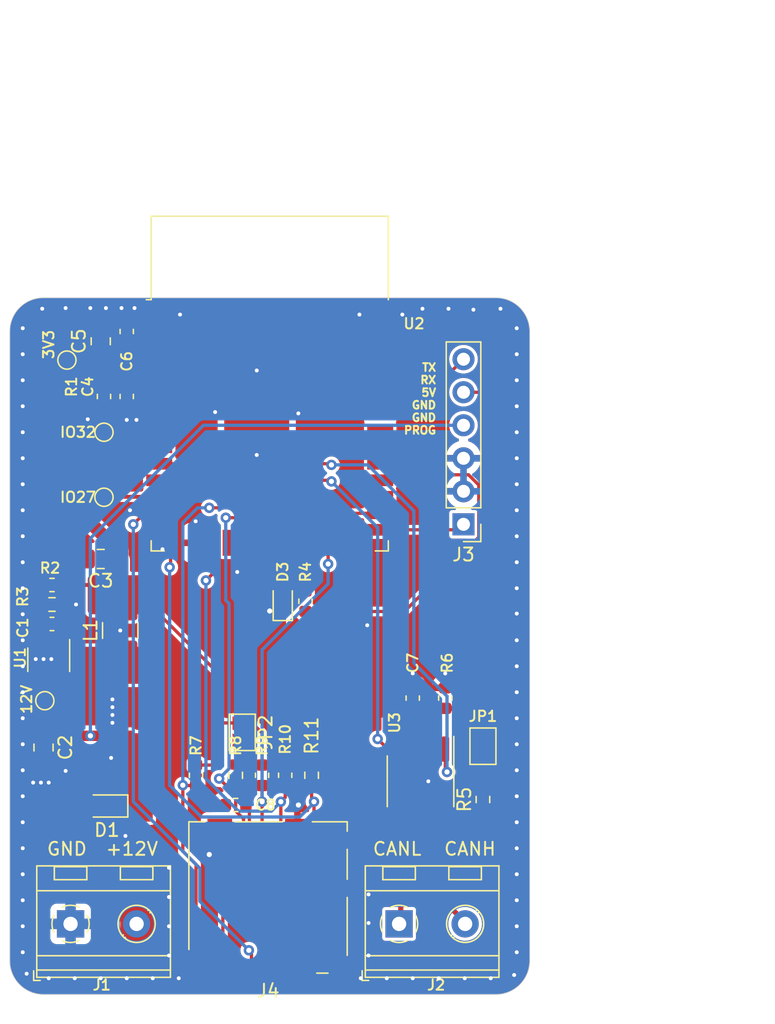
<source format=kicad_pcb>
(kicad_pcb (version 20221018) (generator pcbnew)
  (layers (0 "F.Cu" signal) (31 "B.Cu" signal) (34 "B.Paste" user) (35 "F.Paste" user) (36 "B.SilkS" user "B.Silkscreen") (37 "F.SilkS" user "F.Silkscreen") (38 "B.Mask" user) (39 "F.Mask" user) (44 "Edge.Cuts" user))
  (net 0 "")
  (net 1 "GND")
  (net 2 "+3V3")
  (net 3 "/EN")
  (net 4 "+12V")
  (net 5 "/TXD")
  (net 6 "/RXD")
  (net 7 "/IO0")
  (net 8 "/CAN_L")
  (net 9 "Net-(U1-CB)")
  (net 10 "/CTRL1")
  (net 11 "Net-(U1-SW)")
  (net 12 "/CTRL2")
  (net 13 "/CAN_H")
  (net 14 "/CAN0_RX")
  (net 15 "/CAN0_TX")
  (net 16 "/12V_INT")
  (net 17 "Net-(D3-A)")
  (net 18 "/ADC1_CH4")
  (net 19 "/IO12")
  (net 20 "/IO27")
  (net 21 "/IO32")
  (net 22 "/IO13")
  (net 23 "/IO15")
  (net 24 "/IO14")
  (net 25 "/IO2")
  (net 26 "/IO4")
  (net 27 "Net-(JP1-A)")
  (net 28 "Net-(U1-FB)")
  (net 29 "Net-(U2-IO5)")
  (net 30 "Net-(U3-Rs)")
  (net 48 "Net-(JP2-B)")
  (footprint "Capacitor_SMD:C_0603_1608Metric" (layer "F.Cu") (at 111 54 90)
    (fp_text reference "C6")
    (fp_text value "0.1uF")
  )
  (footprint "Capacitor_SMD:C_0603_1608Metric" (layer "F.Cu") (at 111 59 -90)
    (fp_text reference "C4")
    (fp_text value "0.1uF")
  )
  (footprint "Capacitor_SMD:C_0603_1608Metric" (layer "F.Cu") (at 133 82.2 90)
    (fp_text reference "C7")
    (fp_text value "0.1uF")
  )
  (footprint "Capacitor_SMD:C_0805_2012Metric" (layer "F.Cu") (at 104.6 86 -90)
    (fp_text reference "C2")
    (fp_text value "10uF")
  )
  (footprint "Capacitor_SMD:C_0805_2012Metric" (layer "F.Cu") (at 109 71.5 180)
    (fp_text reference "C3")
    (fp_text value "10uF")
  )
  (footprint "LED_SMD:LED_0603_1608Metric" (layer "F.Cu") (at 123 74.75 90)
    (fp_text reference "D3")
    (fp_text value "LED")
  )
  (footprint "Diode_SMD:D_SOD-323" (layer "F.Cu") (at 109.474 90.5 180)
    (fp_text reference "D1")
    (fp_text value "1N4148")
  )
  (footprint "Connector_PinHeader_2.54mm:PinHeader_1x06_P2.54mm_Vertical" (layer "F.Cu") (at 136.906 68.834 180)
    (fp_text reference "J3")
    (fp_text value "~")
  )
  (footprint "Jumper:SolderJumper-2_P1.3mm_Open_TrianglePad1.0x1.5mm" (layer "F.Cu") (at 138.4 85.9 90)
    (fp_text reference "JP1")
    (fp_text value "NO")
  )
  (footprint "Resistor_SMD:R_0603_1608Metric" (layer "F.Cu") (at 109.25 59 90)
    (fp_text reference "R1")
    (fp_text value "10k")
  )
  (footprint "Resistor_SMD:R_0603_1608Metric" (layer "F.Cu") (at 124.75 74.75 -90)
    (fp_text reference "R4")
    (fp_text value "1K")
  )
  (footprint "Resistor_SMD:R_0603_1608Metric" (layer "F.Cu") (at 116.332 88.138 90)
    (fp_text reference "R7")
    (fp_text value "10k")
  )
  (footprint "Resistor_SMD:R_0603_1608Metric" (layer "F.Cu") (at 135.5 82.2 90)
    (fp_text reference "R6")
    (fp_text value "10K")
  )
  (footprint "Resistor_SMD:R_0603_1608Metric" (layer "F.Cu") (at 138.4 90 90)
    (fp_text reference "R5")
    (fp_text value "120")
  )
  (footprint "Package_SO:SOIC-8_3.9x4.9mm_P1.27mm" (layer "F.Cu") (at 133.6 88.6 -90)
    (fp_text reference "U3")
    (fp_text value "SN65HVD231")
  )
  (footprint "Capacitor_SMD:C_0603_1608Metric" (layer "F.Cu") (at 119.38 90.424 180)
    (fp_text reference "C8")
    (fp_text value "0.1uF")
  )
  (footprint "Resistor_SMD:R_0603_1608Metric" (layer "F.Cu") (at 121.412 88.138 90)
    (fp_text reference "R9")
    (fp_text value "10k")
  )
  (footprint "Resistor_SMD:R_0603_1608Metric" (layer "F.Cu") (at 123.19 88.138 90)
    (fp_text reference "R10")
    (fp_text value "10k")
  )
  (footprint "TestPoint:TestPoint_Pad_D1.0mm" (layer "F.Cu") (at 104.7 82.4 90)
    (fp_text reference "TP1" hide)
    (fp_text value "VIN")
  )
  (footprint "TestPoint:TestPoint_Pad_D1.0mm" (layer "F.Cu") (at 106.4 56.2 90)
    (fp_text reference "TP2" hide)
    (fp_text value "3V3")
  )
  (footprint "Capacitor_SMD:C_0805_2012Metric" (layer "F.Cu") (at 109 54.75 90)
    (fp_text reference "C5")
    (fp_text value "22uF")
  )
  (footprint "Resistor_SMD:R_0603_1608Metric" (layer "F.Cu") (at 105.25 73.5 180)
    (fp_text reference "R2")
    (fp_text value "28K")
  )
  (footprint "Connector_Card:microSD_HC_Molex_104031-0811" (layer "F.Cu") (at 121.89 97.536 180)
    (fp_text reference "J4")
    (fp_text value "Molex_104031-0811")
  )
  (footprint "TerminalBlock_RND:TerminalBlock_RND_205-00232_1x02_P5.08mm_Horizontal" (layer "F.Cu") (at 131.95 99.568)
    (fp_text reference "J2")
    (fp_text value "CAN")
  )
  (footprint "TerminalBlock_RND:TerminalBlock_RND_205-00232_1x02_P5.08mm_Horizontal" (layer "F.Cu") (at 106.68 99.568)
    (fp_text reference "J1")
    (fp_text value "12V")
  )
  (footprint "Capacitor_SMD:C_0603_1608Metric" (layer "F.Cu") (at 105.25 76.5)
    (fp_text reference "C1")
    (fp_text value "0.1uF")
  )
  (footprint "Resistor_SMD:R_0603_1608Metric" (layer "F.Cu") (at 105.25 75)
    (fp_text reference "R3")
    (fp_text value "10k")
  )
  (footprint "RF_Module:ESP32-WROOM-32" (layer "F.Cu") (at 122 61)
    (fp_text reference "U2")
    (fp_text value "ESP32-WROOM-32D")
  )
  (footprint "Package_TO_SOT_SMD:SOT-23-6" (layer "F.Cu") (at 105 79.25 -90)
    (fp_text reference "U1")
    (fp_text value "SCT2401")
  )
  (footprint "TestPoint:TestPoint_Pad_D1.0mm" (layer "F.Cu") (at 109.25 61.75)
    (fp_text reference "TP6" hide)
    (fp_text value "IO32")
  )
  (footprint "TestPoint:TestPoint_Pad_D1.0mm" (layer "F.Cu") (at 109.25 66.75)
    (fp_text reference "TP5" hide)
    (fp_text value "IO27")
  )
  (footprint "Resistor_SMD:R_0603_1608Metric" (layer "F.Cu") (at 119.38 88.138 90)
    (fp_text reference "R8")
    (fp_text value "10k")
  )
  (footprint "Inductor_SMD:L_1210_3225Metric" (layer "F.Cu") (at 110.5 77 90)
    (fp_text reference "L1")
    (fp_text value "4.7uH")
  )
  (footprint "Jumper:SolderJumper-2_P1.3mm_Open_TrianglePad1.0x1.5mm" (layer "F.Cu") (at 119.888 84.836 -90)
    (fp_text reference "JP2")
    (fp_text value "NO")
  )
  (footprint "Resistor_SMD:R_0603_1608Metric" (layer "F.Cu") (at 125.222 88.138 90)
    (fp_text reference "R11")
    (fp_text value "na")
  )
  (gr_line (start 104.6 105) (end 139.4 105) (stroke (width 0.05)) (layer "Edge.Cuts"))
  (gr_arc (start 139.4 51.4) (mid 141.238478 52.161522) (end 142 54) (stroke (width 0.05)) (layer "Edge.Cuts"))
  (gr_arc (start 142 102.4) (mid 141.238478 104.238478) (end 139.4 105) (stroke (width 0.05)) (layer "Edge.Cuts"))
  (gr_arc (start 104.6 105) (mid 102.761522 104.238478) (end 102 102.4) (stroke (width 0.05)) (layer "Edge.Cuts"))
  (gr_line (start 102 54) (end 102 102.4) (stroke (width 0.05)) (layer "Edge.Cuts"))
  (gr_line (start 142 102.4) (end 142 54) (stroke (width 0.05)) (layer "Edge.Cuts"))
  (gr_line (start 139.4 51.4) (end 104.6 51.4) (stroke (width 0.05)) (layer "Edge.Cuts"))
  (gr_arc (start 102 54) (mid 102.761522 52.161522) (end 104.6 51.4) (stroke (width 0.05)) (layer "Edge.Cuts"))
  (gr_text "IO32" (at 107.25 61.75) (layer "F.SilkS") (effects (font (size 0.8 0.8))))
  (gr_text "IO27" (at 107.25 66.75) (layer "F.SilkS") (effects (font (size 0.8 0.8))))
  (gr_text "CANL" (at 131.8 93.8) (layer "F.SilkS") (effects (font (size 1 1))))
  (gr_text "TX\nRX\n5V\nGND\nGND\nPROG" (at 134.874 59.182) (layer "F.SilkS") (effects (font (size 0.6 0.6)) (justify right)))
  (gr_text "CANH" (at 137.4 93.8) (layer "F.SilkS") (effects (font (size 1 1))))
  (gr_text "+12V" (at 111.4 93.8) (layer "F.SilkS") (effects (font (size 1 1))))
  (gr_text "12V" (at 103.3 82.3 90) (layer "F.SilkS") (effects (font (size 0.8 0.8))))
  (gr_text "GND" (at 106.4 93.8) (layer "F.SilkS") (effects (font (size 1 1))))
  (gr_text "3V3" (at 105 55 90) (layer "F.SilkS") (effects (font (size 0.8 0.8))))
  (segment (start 134.235 86.125) (end 134.235 88.565) (width 0.3) (layer "F.Cu") (net 1))
  (segment (start 123 75.5375) (end 122.0375 75.5375) (width 0.3) (layer "F.Cu") (net 1))
  (segment (start 133 81.4125) (end 133 80.3) (width 0.3) (layer "F.Cu") (net 1))
  (segment (start 134.235 88.565) (end 134.2 88.6) (width 0.3) (layer "F.Cu") (net 1))
  (segment (start 122.0375 75.5375) (end 122 75.5) (width 0.3) (layer "F.Cu") (net 1))
  (segment (start 135.5 81.4125) (end 135.5 80.3) (width 0.3) (layer "F.Cu") (net 1))
  (via (at 141 69.75) (size 0.6) (drill 0.3) (layers "F.Cu" "B.Cu") (net 1))
  (via (at 141 91.75) (size 0.6) (drill 0.3) (layers "F.Cu" "B.Cu") (net 1))
  (via (at 141 79.75) (size 0.6) (drill 0.3) (layers "F.Cu" "B.Cu") (net 1))
  (via (at 141 85.75) (size 0.6) (drill 0.3) (layers "F.Cu" "B.Cu") (net 1))
  (via (at 141 63.75) (size 0.6) (drill 0.3) (layers "F.Cu" "B.Cu") (net 1))
  (via (at 141 61.75) (size 0.6) (drill 0.3) (layers "F.Cu" "B.Cu") (net 1))
  (via (at 141 83.75) (size 0.6) (drill 0.3) (layers "F.Cu" "B.Cu") (net 1))
  (via (at 141 89.75) (size 0.6) (drill 0.3) (layers "F.Cu" "B.Cu") (net 1))
  (via (at 141 77.75) (size 0.6) (drill 0.3) (layers "F.Cu" "B.Cu") (net 1))
  (via (at 141 101.75) (size 0.6) (drill 0.3) (layers "F.Cu" "B.Cu") (net 1))
  (via (at 141 97.75) (size 0.6) (drill 0.3) (layers "F.Cu" "B.Cu") (net 1))
  (via (at 141 67.75) (size 0.6) (drill 0.3) (layers "F.Cu" "B.Cu") (net 1))
  (via (at 141 95.75) (size 0.6) (drill 0.3) (layers "F.Cu" "B.Cu") (net 1))
  (via (at 141 99.75) (size 0.6) (drill 0.3) (layers "F.Cu" "B.Cu") (net 1))
  (via (at 141 73.75) (size 0.6) (drill 0.3) (layers "F.Cu" "B.Cu") (net 1))
  (via (at 141 65.75) (size 0.6) (drill 0.3) (layers "F.Cu" "B.Cu") (net 1))
  (via (at 141 87.75) (size 0.6) (drill 0.3) (layers "F.Cu" "B.Cu") (net 1))
  (via (at 141 93.75) (size 0.6) (drill 0.3) (layers "F.Cu" "B.Cu") (net 1))
  (via (at 141 81.75) (size 0.6) (drill 0.3) (layers "F.Cu" "B.Cu") (net 1))
  (via (at 141 71.75) (size 0.6) (drill 0.3) (layers "F.Cu" "B.Cu") (net 1))
  (via (at 111 103.75) (size 0.6) (drill 0.3) (layers "F.Cu" "B.Cu") (net 1))
  (via (at 137 103.75) (size 0.6) (drill 0.3) (layers "F.Cu" "B.Cu") (net 1))
  (via (at 131 103.75) (size 0.6) (drill 0.3) (layers "F.Cu" "B.Cu") (net 1))
  (via (at 135 103.75) (size 0.6) (drill 0.3) (layers "F.Cu" "B.Cu") (net 1))
  (via (at 105 103.75) (size 0.6) (drill 0.3) (layers "F.Cu" "B.Cu") (net 1))
  (via (at 133 103.75) (size 0.6) (drill 0.3) (layers "F.Cu" "B.Cu") (net 1))
  (via (at 140.8 103.5) (size 0.6) (drill 0.3) (layers "F.Cu" "B.Cu") (net 1))
  (via (at 113 103.75) (size 0.6) (drill 0.3) (layers "F.Cu" "B.Cu") (net 1))
  (via (at 139 103.75) (size 0.6) (drill 0.3) (layers "F.Cu" "B.Cu") (net 1))
  (via (at 129 103.75) (size 0.6) (drill 0.3) (layers "F.Cu" "B.Cu") (net 1))
  (via (at 107 103.75) (size 0.6) (drill 0.3) (layers "F.Cu" "B.Cu") (net 1))
  (via (at 115 103.75) (size 0.6) (drill 0.3) (layers "F.Cu" "B.Cu") (net 1))
  (via (at 109 103.75) (size 0.6) (drill 0.3) (layers "F.Cu" "B.Cu") (net 1))
  (via (at 135.75 52.25) (size 0.6) (drill 0.3) (layers "F.Cu" "B.Cu") (net 1))
  (via (at 139.75 52.25) (size 0.6) (drill 0.3) (layers "F.Cu" "B.Cu") (net 1))
  (via (at 133.75 52.25) (size 0.6) (drill 0.3) (layers "F.Cu" "B.Cu") (net 1))
  (via (at 103 59.75) (size 0.6) (drill 0.3) (layers "F.Cu" "B.Cu") (net 1))
  (via (at 103 57.75) (size 0.6) (drill 0.3) (layers "F.Cu" "B.Cu") (net 1))
  (via (at 103 55.75) (size 0.6) (drill 0.3) (layers "F.Cu" "B.Cu") (net 1))
  (via (at 103 53.75) (size 0.6) (drill 0.3) (layers "F.Cu" "B.Cu") (net 1))
  (via (at 141 59.75) (size 0.6) (drill 0.3) (layers "F.Cu" "B.Cu") (net 1))
  (via (at 141 55.75) (size 0.6) (drill 0.3) (layers "F.Cu" "B.Cu") (net 1))
  (via (at 141 53.75) (size 0.6) (drill 0.3) (layers "F.Cu" "B.Cu") (net 1))
  (via (at 141 57.75) (size 0.6) (drill 0.3) (layers "F.Cu" "B.Cu") (net 1))
  (via (at 111.75 60.8) (size 0.6) (drill 0.3) (layers "F.Cu" "B.Cu") (net 1))
  (via (at 113.75 70.75) (size 0.6) (drill 0.3) (layers "F.Cu" "B.Cu") (net 1))
  (via (at 111.25 67.75) (size 0.6) (drill 0.3) (layers "F.Cu" "B.Cu") (net 1))
  (via (at 108 60.75) (size 0.6) (drill 0.3) (layers "F.Cu" "B.Cu") (net 1))
  (via (at 129.6 97.3) (size 0.6) (drill 0.3) (layers "F.Cu" "B.Cu") (net 1))
  (via (at 141 75.7) (size 0.6) (drill 0.3) (layers "F.Cu" "B.Cu") (net 1))
  (via (at 129.5 76.6) (size 0.6) (drill 0.3) (layers "F.Cu" "B.Cu") (net 1))
  (via (at 119.5 72.5) (size 0.6) (drill 0.3) (layers "F.Cu" "B.Cu") (net 1))
  (via (at 103 87.75) (size 0.6) (drill 0.3) (layers "F.Cu" "B.Cu") (net 1))
  (via (at 110.5 77) (size 0.6) (drill 0.3) (layers "F.Cu" "B.Cu") (net 1))
  (via (at 124.2 60.3) (size 0.6) (drill 0.3) (layers "F.Cu" "B.Cu") (net 1))
  (via (at 109.9 82.9) (size 0.6) (drill 0.3) (layers "F.Cu" "B.Cu") (net 1))
  (via (at 111 60.8) (size 0.6) (drill 0.3) (layers "F.Cu" "B.Cu") (net 1))
  (via (at 114.25 102) (size 0.6) (drill 0.3) (layers "F.Cu" "B.Cu") (net 1))
  (via (at 103 93.75) (size 0.6) (drill 0.3) (layers "F.Cu" "B.Cu") (net 1))
  (via (at 109.9 83.5) (size 0.6) (drill 0.3) (layers "F.Cu" "B.Cu") (net 1))
  (via (at 103 75.75) (size 0.6) (drill 0.3) (layers "F.Cu" "B.Cu") (net 1))
  (via (at 105.2 79.2) (size 0.6) (drill 0.3) (layers "F.Cu" "B.Cu") (net 1))
  (via (at 114.25 99.75) (size 0.6) (drill 0.3) (layers "F.Cu" "B.Cu") (net 1))
  (via (at 115.1 52.7) (size 0.6) (drill 0.3) (layers "F.Cu" "B.Cu") (net 1))
  (via (at 108.2 52.2) (size 0.6) (drill 0.3) (layers "F.Cu" "B.Cu") (net 1))
  (via (at 104 79.2) (size 0.6) (drill 0.3) (layers "F.Cu" "B.Cu") (net 1))
  (via (at 107.1 75) (size 0.6) (drill 0.3) (layers "F.Cu" "B.Cu") (net 1))
  (via (at 103 83.75) (size 0.6) (drill 0.3) (layers "F.Cu" "B.Cu") (net 1))
  (via (at 103 99.75) (size 0.6) (drill 0.3) (layers "F.Cu" "B.Cu") (net 1))
  (via (at 103 89.75) (size 0.6) (drill 0.3) (layers "F.Cu" "B.Cu") (net 1))
  (via (at 121 57) (size 0.6) (drill 0.3) (layers "F.Cu" "B.Cu") (net 1))
  (via (at 106.3 52.2) (size 0.6) (drill 0.3) (layers "F.Cu" "B.Cu") (net 1))
  (via (at 132.2 52.7) (size 0.6) (drill 0.3) (layers "F.Cu" "B.Cu") (net 1))
  (via (at 103 101.75) (size 0.6) (drill 0.3) (layers "F.Cu" "B.Cu") (net 1))
  (via (at 109.4 52.2) (size 0.6) (drill 0.3) (layers "F.Cu" "B.Cu") (net 1))
  (via (at 109.9 82.3) (size 0.6) (drill 0.3) (layers "F.Cu" "B.Cu") (net 1))
  (via (at 104.4 88.7) (size 0.6) (drill 0.3) (layers "F.Cu" "B.Cu") (net 1))
  (via (at 103.3 103.4) (size 0.6) (drill 0.3) (layers "F.Cu" "B.Cu") (net 1))
  (via (at 103 61.75) (size 0.6) (drill 0.3) (layers "F.Cu" "B.Cu") (net 1))
  (via (at 106.3 87.8) (size 0.6) (drill 0.3) (layers "F.Cu" "B.Cu") (net 1))
  (via (at 103 69.75) (size 0.6) (drill 0.3) (layers "F.Cu" "B.Cu") (net 1))
  (via (at 110.9 92.8) (size 0.6) (drill 0.3) (layers "F.Cu" "B.Cu") (net 1))
  (via (at 129.6 99.5) (size 0.6) (drill 0.3) (layers "F.Cu" "B.Cu") (net 1))
  (via (at 103 85.75) (size 0.6) (drill 0.3) (layers "F.Cu" "B.Cu") (net 1))
  (via (at 129.6 102) (size 0.6) (drill 0.3) (layers "F.Cu" "B.Cu") (net 1))
  (via (at 105 88.7) (size 0.6) (drill 0.3) (layers "F.Cu" "B.Cu") (net 1))
  (via (at 103 91.75) (size 0.6) (drill 0.3) (layers "F.Cu" "B.Cu") (net 1))
  (via (at 103 73.75) (size 0.6) (drill 0.3) (layers "F.Cu" "B.Cu") (net 1))
  (via (at 103.8 88.7) (size 0.6) (drill 0.3) (layers "F.Cu" "B.Cu") (net 1))
  (via (at 124.206 90.424) (size 0.8) (drill 0.4) (layers "F.Cu" "B.Cu") (net 1))
  (via (at 103 97.75) (size 0.6) (drill 0.3) (layers "F.Cu" "B.Cu") (net 1))
  (via (at 114.25 97.5) (size 0.6) (drill 0.3) (layers "F.Cu" "B.Cu") (net 1))
  (via (at 111.6 52.2) (size 0.6) (drill 0.3) (layers "F.Cu" "B.Cu") (net 1))
  (via (at 117.8 60.2) (size 0.6) (drill 0.3) (layers "F.Cu" "B.Cu") (net 1))
  (via (at 104.5 52.25) (size 0.6) (drill 0.3) (layers "F.Cu" "B.Cu") (net 1))
  (via (at 114.25 95.25) (size 0.6) (drill 0.3) (layers "F.Cu" "B.Cu") (net 1))
  (via (at 137.668 52.324) (size 0.6) (drill 0.3) (layers "F.Cu" "B.Cu") (net 1))
  (via (at 109.9 84.1) (size 0.6) (drill 0.3) (layers "F.Cu" "B.Cu") (net 1))
  (via (at 104.6 79.2) (size 0.6) (drill 0.3) (layers "F.Cu" "B.Cu") (net 1))
  (via (at 103 63.75) (size 0.6) (drill 0.3) (layers "F.Cu" "B.Cu") (net 1))
  (via (at 121 63.5) (size 0.6) (drill 0.3) (layers "F.Cu" "B.Cu") (net 1))
  (via (at 135.5 80.3) (size 0.6) (drill 0.3) (layers "F.Cu" "B.Cu") (net 1))
  (via (at 103 67.75) (size 0.6) (drill 0.3) (layers "F.Cu" "B.Cu") (net 1))
  (via (at 103 95.75) (size 0.6) (drill 0.3) (layers "F.Cu" "B.Cu") (net 1))
  (via (at 103 71.75) (size 0.6) (drill 0.3) (layers "F.Cu" "B.Cu") (net 1))
  (via (at 116.3 68.6) (size 0.6) (drill 0.3) (layers "F.Cu" "B.Cu") (net 1))
  (via (at 117.348 94.234) (size 0.8) (drill 0.4) (layers "F.Cu" "B.Cu") (net 1))
  (via (at 110.6 52.2) (size 0.6) (drill 0.3) (layers "F.Cu" "B.Cu") (net 1))
  (via (at 103 77.75) (size 0.6) (drill 0.3) (layers "F.Cu" "B.Cu") (net 1))
  (via (at 134.2 88.6) (size 0.6) (drill 0.3) (layers "F.Cu" "B.Cu") (net 1))
  (via (at 128.9 52.7) (size 0.6) (drill 0.3) (layers "F.Cu" "B.Cu") (net 1))
  (via (at 103 65.75) (size 0.6) (drill 0.3) (layers "F.Cu" "B.Cu") (net 1))
  (via (at 103 79.75) (size 0.6) (drill 0.3) (layers "F.Cu" "B.Cu") (net 1))
  (via (at 133 80.3) (size 0.6) (drill 0.3) (layers "F.Cu" "B.Cu") (net 1))
  (via (at 109.8 86.8) (size 0.6) (drill 0.3) (layers "F.Cu" "B.Cu") (net 1))
  (via (at 122 75.5) (size 0.8) (drill 0.4) (layers "F.Cu" "B.Cu") (net 1))
  (via (at 103 81.75) (size 0.6) (drill 0.3) (layers "F.Cu" "B.Cu") (net 1))
  (segment (start 106.0375 73.5) (end 109.495 73.5) (width 0.3) (layer "F.Cu") (net 2))
  (segment (start 121.412 84.885) (end 120.638 84.111) (width 0.25) (layer "F.Cu") (net 2))
  (segment (start 121.412 87.3505) (end 121.412 84.885) (width 0.25) (layer "F.Cu") (net 2))
  (segment (start 110.4 70.9) (end 106.75 67.25) (width 1) (layer "F.Cu") (net 2))
  (segment (start 125.222 87.313) (end 126.7085 87.313) (width 0.25) (layer "F.Cu") (net 2))
  (segment (start 110.5 74.6) (end 112.348528 74.6) (width 0.25) (layer "F.Cu") (net 2))
  (segment (start 125.222 87.313) (end 123.4815 87.313) (width 0.25) (layer "F.Cu") (net 2))
  (segment (start 110.5 74.505) (end 110.5 72.5) (width 1) (layer "F.Cu") (net 2))
  (segment (start 111.475 54.7875) (end 111 54.7875) (width 1) (layer "F.Cu") (net 2))
  (segment (start 118.0725 87.3505) (end 116.332 87.3505) (width 0.25) (layer "F.Cu") (net 2))
  (segment (start 126.746 87.3505) (end 126.8205 87.425) (width 0.25) (layer "F.Cu") (net 2))
  (segment (start 106.75 67.25) (end 106.75 59.75) (width 1) (layer "F.Cu") (net 2))
  (segment (start 118.11 84.074) (end 118.11 87.313) (width 0.25) (layer "F.Cu") (net 2))
  (segment (start 121.6405 87.325) (end 121.666 87.3505) (width 0.25) (layer "F.Cu") (net 2))
  (segment (start 118.11 80.361472) (end 118.11 84.074) (width 0.25) (layer "F.Cu") (net 2))
  (segment (start 121.695 102.986) (end 121.695 93.638701) (width 0.25) (layer "F.Cu") (net 2))
  (segment (start 132.965 86.999) (end 132.965 86.125) (width 0.25) (layer "F.Cu") (net 2))
  (segment (start 120.434 87.541) (end 120.65 87.325) (width 0.25) (layer "F.Cu") (net 2))
  (segment (start 109.6375 56.15) (end 111 54.7875) (width 1) (layer "F.Cu") (net 2))
  (segment (start 109.25 59.7875) (end 106.7875 59.7875) (width 0.3) (layer "F.Cu") (net 2))
  (segment (start 108.95 56.2) (end 109 56.15) (width 0.3) (layer "F.Cu") (net 2))
  (segment (start 121.666 87.3505) (end 122.682 87.3505) (width 0.25) (layer "F.Cu") (net 2))
  (segment (start 120.65 87.325) (end 121.6405 87.325) (width 0.25) (layer "F.Cu") (net 2))
  (segment (start 132.965 83.0225) (end 133 82.9875) (width 0.3) (layer "F.Cu") (net 2))
  (segment (start 112.2475 54.015) (end 111.475 54.7875) (width 1) (layer "F.Cu") (net 2))
  (segment (start 120.638 84.111) (end 119.888 84.111) (width 0.25) (layer "F.Cu") (net 2))
  (segment (start 119.888 84.111) (end 118.147 84.111) (width 0.25) (layer "F.Cu") (net 2))
  (segment (start 126.7085 87.313) (end 126.746 87.3505) (width 0.25) (layer "F.Cu") (net 2))
  (segment (start 109 56.15) (end 109.6375 56.15) (width 1) (layer "F.Cu") (net 2))
  (segment (start 125.1845 87.3505) (end 125.222 87.313) (width 0.25) (layer "F.Cu") (net 2))
  (segment (start 132.539 87.425) (end 132.965 86.999) (width 0.25) (layer "F.Cu") (net 2))
  (segment (start 106.7875 59.7875) (end 106.75 59.75) (width 0.3) (layer "F.Cu") (net 2))
  (segment (start 112.348528 74.6) (end 118.11 80.361472) (width 0.25) (layer "F.Cu") (net 2))
  (segment (start 109.495 73.5) (end 110.5 74.505) (width 0.3) (layer "F.Cu") (net 2))
  (segment (start 106.75 59.75) (end 106.75 58.4) (width 1) (layer "F.Cu") (net 2))
  (segment (start 122.682 87.3505) (end 123.444 87.3505) (width 0.25) (layer "F.Cu") (net 2))
  (segment (start 132.965 86.125) (end 132.965 83.0225) (width 0.3) (layer "F.Cu") (net 2))
  (segment (start 126.8205 87.425) (end 132.539 87.425) (width 0.25) (layer "F.Cu") (net 2))
  (segment (start 110.5 71.6) (end 110.4 71.5) (width 1) (layer "F.Cu") (net 2))
  (segment (start 118.147 84.111) (end 118.11 84.074) (width 0.25) (layer "F.Cu") (net 2))
  (segment (start 118.11 87.313) (end 118.0725 87.3505) (width 0.25) (layer "F.Cu") (net 2))
  (segment (start 110.5 72.5) (end 110.5 71.6) (width 1) (layer "F.Cu") (net 2))
  (segment (start 121.695 93.638701) (end 120.434 92.377701) (width 0.25) (layer "F.Cu") (net 2))
  (segment (start 120.434 92.377701) (end 120.434 87.541) (width 0.25) (layer "F.Cu") (net 2))
  (segment (start 113.5 54.015) (end 112.2475 54.015) (width 1) (layer "F.Cu") (net 2))
  (segment (start 123.4815 87.313) (end 123.444 87.3505) (width 0.25) (layer "F.Cu") (net 2))
  (segment (start 110.4 71.5) (end 110.4 70.9) (width 1) (layer "F.Cu") (net 2))
  (segment (start 106.4 56.2) (end 108.95 56.2) (width 0.3) (layer "F.Cu") (net 2))
  (segment (start 106.75 58.4) (end 109 56.15) (width 1) (layer "F.Cu") (net 2))
  (segment (start 111 58.2125) (end 111 56.974998) (width 0.3) (layer "F.Cu") (net 3))
  (segment (start 109.5 58.2125) (end 111 58.2125) (width 0.3) (layer "F.Cu") (net 3))
  (segment (start 112.689998 55.285) (end 113.5 55.285) (width 0.3) (layer "F.Cu") (net 3))
  (segment (start 111 56.974998) (end 112.689998 55.285) (width 0.3) (layer "F.Cu") (net 3))
  (segment (start 134.874 53.848) (end 132.167 56.555) (width 0.25) (layer "F.Cu") (net 5))
  (segment (start 136.906 58.674) (end 138.176 58.674) (width 0.25) (layer "F.Cu") (net 5))
  (segment (start 139.192 57.658) (end 139.192 54.61) (width 0.25) (layer "F.Cu") (net 5))
  (segment (start 132.167 56.555) (end 130.5 56.555) (width 0.25) (layer "F.Cu") (net 5))
  (segment (start 138.176 58.674) (end 139.192 57.658) (width 0.25) (layer "F.Cu") (net 5))
  (segment (start 139.192 54.61) (end 138.43 53.848) (width 0.25) (layer "F.Cu") (net 5))
  (segment (start 138.43 53.848) (end 134.874 53.848) (width 0.25) (layer "F.Cu") (net 5))
  (segment (start 130.5 57.825) (end 135.215 57.825) (width 0.25) (layer "F.Cu") (net 6))
  (segment (start 135.215 57.825) (end 136.906 56.134) (width 0.25) (layer "F.Cu") (net 6))
  (segment (start 136.485 69.255) (end 136.906 68.834) (width 0.25) (layer "F.Cu") (net 7))
  (segment (start 130.5 69.255) (end 136.485 69.255) (width 0.25) (layer "F.Cu") (net 7))
  (segment (start 132.965 91.075) (end 132.965 89.835) (width 0.3) (layer "F.Cu") (net 8))
  (segment (start 133.35001 89.44999) (end 136.45001 89.44999) (width 0.3) (layer "F.Cu") (net 8))
  (segment (start 132.965 89.835) (end 133.35001 89.44999) (width 0.3) (layer "F.Cu") (net 8))
  (segment (start 132.08 98.22) (end 132.08 99.568) (width 0.4) (layer "F.Cu") (net 8))
  (segment (start 136.45001 89.44999) (end 136.45001 87.94999) (width 0.3) (layer "F.Cu") (net 8))
  (segment (start 132.965 97.335) (end 132.08 98.22) (width 0.4) (layer "F.Cu") (net 8))
  (segment (start 137.1 87.3) (end 137.1 85.725) (width 0.3) (layer "F.Cu") (net 8))
  (segment (start 132.965 91.075) (end 132.965 97.335) (width 0.4) (layer "F.Cu") (net 8))
  (segment (start 137.65 85.175) (end 138.4 85.175) (width 0.3) (layer "F.Cu") (net 8))
  (segment (start 137.1 85.725) (end 137.65 85.175) (width 0.3) (layer "F.Cu") (net 8))
  (segment (start 136.45001 87.94999) (end 137.1 87.3) (width 0.3) (layer "F.Cu") (net 8))
  (segment (start 104.475 76.5) (end 104.73681 76.5) (width 0.3) (layer "F.Cu") (net 9))
  (segment (start 104.73681 76.5) (end 105.95 77.71319) (width 0.3) (layer "F.Cu") (net 9))
  (segment (start 105.95 77.71319) (end 105.95 78.15) (width 0.3) (layer "F.Cu") (net 9))
  (segment (start 106.35 80.35) (end 105.95 80.35) (width 0.3) (layer "F.Cu") (net 11))
  (segment (start 106.025 76.5) (end 106.2 76.5) (width 0.3) (layer "F.Cu") (net 11))
  (segment (start 106.8 79.9) (end 106.35 80.35) (width 0.3) (layer "F.Cu") (net 11))
  (segment (start 106.8 77.1) (end 106.8 79.9) (width 0.3) (layer "F.Cu") (net 11))
  (segment (start 106.2 76.5) (end 106.8 77.1) (width 0.3) (layer "F.Cu") (net 11))
  (segment (start 134.235 93.465) (end 134.235 96.643) (width 0.4) (layer "F.Cu") (net 13))
  (segment (start 134.235 91.075) (end 134.235 93.465) (width 0.4) (layer "F.Cu") (net 13))
  (segment (start 137.635 93.465) (end 138.4 92.7) (width 0.4) (layer "F.Cu") (net 13))
  (segment (start 134.235 93.465) (end 137.635 93.465) (width 0.4) (layer "F.Cu") (net 13))
  (segment (start 138.4 92.7) (end 138.4 91.4) (width 0.4) (layer "F.Cu") (net 13))
  (segment (start 134.235 96.643) (end 137.16 99.568) (width 0.4) (layer "F.Cu") (net 13))
  (segment (start 126.659 65.445) (end 113.5 65.445) (width 0.25) (layer "F.Cu") (net 14))
  (segment (start 131.695 86.125) (end 131.083 86.125) (width 0.25) (layer "F.Cu") (net 14))
  (segment (start 131.083 86.125) (end 130.302 85.344) (width 0.25) (layer "F.Cu") (net 14))
  (segment (start 126.746 65.532) (end 126.659 65.445) (width 0.25) (layer "F.Cu") (net 14))
  (via (at 130.302 85.344) (size 0.8) (drill 0.4) (layers "F.Cu" "B.Cu") (net 14))
  (via (at 126.746 65.532) (size 0.8) (drill 0.4) (layers "F.Cu" "B.Cu") (net 14))
  (segment (start 130.302 85.344) (end 130.302 69.088) (width 0.25) (layer "B.Cu") (net 14))
  (segment (start 130.302 69.088) (end 126.746 65.532) (width 0.25) (layer "B.Cu") (net 14))
  (segment (start 135.505 87.753) (end 135.636 87.884) (width 0.25) (layer "F.Cu") (net 15))
  (segment (start 126.746 64.262) (end 126.659 64.175) (width 0.25) (layer "F.Cu") (net 15))
  (segment (start 135.505 86.125) (end 135.505 87.753) (width 0.25) (layer "F.Cu") (net 15))
  (segment (start 126.659 64.175) (end 113.5 64.175) (width 0.25) (layer "F.Cu") (net 15))
  (via (at 135.636 87.884) (size 0.8) (drill 0.4) (layers "F.Cu" "B.Cu") (net 15))
  (via (at 126.746 64.262) (size 0.8) (drill 0.4) (layers "F.Cu" "B.Cu") (net 15))
  (segment (start 129.549305 64.262) (end 126.746 64.262) (width 0.25) (layer "B.Cu") (net 15))
  (segment (start 133.085884 79.502) (end 133.085884 67.798579) (width 0.25) (layer "B.Cu") (net 15))
  (segment (start 133.085884 67.798579) (end 129.549305 64.262) (width 0.25) (layer "B.Cu") (net 15))
  (segment (start 135.636 82.052116) (end 133.085884 79.502) (width 0.25) (layer "B.Cu") (net 15))
  (segment (start 135.636 87.884) (end 135.636 82.052116) (width 0.25) (layer "B.Cu") (net 15))
  (segment (start 104.05 80.35) (end 105 80.35) (width 0.25) (layer "F.Cu") (net 16))
  (segment (start 104.6 84.525) (end 105.175 85.1) (width 0.8) (layer "F.Cu") (net 16))
  (segment (start 108.204 85.1) (end 111.262 85.1) (width 0.8) (layer "F.Cu") (net 16))
  (segment (start 105.175 85.1) (end 108.204 85.1) (width 0.8) (layer "F.Cu") (net 16))
  (segment (start 111.262 89.762) (end 110.524 90.5) (width 0.8) (layer "F.Cu") (net 16))
  (segment (start 105 84.125) (end 104.6 84.525) (width 0.8) (layer "F.Cu") (net 16))
  (segment (start 111.262 85.1) (end 111.262 89.762) (width 0.8) (layer "F.Cu") (net 16))
  (segment (start 105 80.35) (end 105 84.125) (width 0.8) (layer "F.Cu") (net 16))
  (via (at 108.204 85.1) (size 0.8) (drill 0.4) (layers "F.Cu" "B.Cu") (net 16))
  (segment (start 136.906 61.214) (end 116.902116 61.214) (width 0.25) (layer "B.Cu") (net 16))
  (segment (start 108.204 69.912116) (end 108.204 85.1) (width 0.25) (layer "B.Cu") (net 16))
  (segment (start 116.902116 61.214) (end 108.204 69.912116) (width 0.25) (layer "B.Cu") (net 16))
  (segment (start 123 73.9625) (end 124.75 73.9625) (width 0.3) (layer "F.Cu") (net 17))
  (segment (start 125.222 89.987) (end 125.405 90.17) (width 0.25) (layer "F.Cu") (net 19))
  (segment (start 124.995 102.986) (end 125.405 102.576) (width 0.25) (layer "F.Cu") (net 19))
  (segment (start 114.375 70.13) (end 113.5 69.255) (width 0.25) (layer "F.Cu") (net 19))
  (segment (start 125.222 88.963) (end 125.222 89.987) (width 0.25) (layer "F.Cu") (net 19))
  (segment (start 125.405 102.576) (end 125.405 90.17) (width 0.25) (layer "F.Cu") (net 19))
  (segment (start 114.375 72.061) (end 114.375 70.13) (width 0.25) (layer "F.Cu") (net 19))
  (segment (start 114.3 72.136) (end 114.375 72.061) (width 0.25) (layer "F.Cu") (net 19))
  (via (at 125.405 90.17) (size 0.8) (drill 0.4) (layers "F.Cu" "B.Cu") (net 19))
  (via (at 114.3 72.136) (size 0.8) (drill 0.4) (layers "F.Cu" "B.Cu") (net 19))
  (segment (start 125.405 90.250305) (end 124.310305 91.345) (width 0.25) (layer "B.Cu") (net 19))
  (segment (start 116.735695 91.345) (end 114.3 88.909305) (width 0.25) (layer "B.Cu") (net 19))
  (segment (start 124.310305 91.345) (end 116.735695 91.345) (width 0.25) (layer "B.Cu") (net 19))
  (segment (start 125.405 90.17) (end 125.405 90.250305) (width 0.25) (layer "B.Cu") (net 19))
  (segment (start 114.3 88.909305) (end 114.3 72.136) (width 0.25) (layer "B.Cu") (net 19))
  (segment (start 113.5 66.715) (end 109.285 66.715) (width 0.3) (layer "F.Cu") (net 20))
  (segment (start 109.285 66.715) (end 109.25 66.75) (width 0.3) (layer "F.Cu") (net 20))
  (segment (start 109.365 61.635) (end 109.25 61.75) (width 0.3) (layer "F.Cu") (net 21))
  (segment (start 113.5 61.635) (end 109.365 61.635) (width 0.3) (layer "F.Cu") (net 21))
  (segment (start 123.19 89.835) (end 122.855 90.17) (width 0.25) (layer "F.Cu") (net 22))
  (segment (start 117.094 73.152) (end 117.555 72.691) (width 0.25) (layer "F.Cu") (net 22))
  (segment (start 123.895 94.01062) (end 122.855 92.97062) (width 0.25) (layer "F.Cu") (net 22))
  (segment (start 117.555 72.691) (end 117.555 70.255) (width 0.25) (layer "F.Cu") (net 22))
  (segment (start 122.855 92.97062) (end 122.855 90.17) (width 0.25) (layer "F.Cu") (net 22))
  (segment (start 123.19 88.9255) (end 123.19 89.835) (width 0.25) (layer "F.Cu") (net 22))
  (segment (start 123.895 102.986) (end 123.895 94.01062) (width 0.25) (layer "F.Cu") (net 22))
  (via (at 122.855 90.17) (size 0.8) (drill 0.4) (layers "F.Cu" "B.Cu") (net 22))
  (via (at 117.094 73.152) (size 0.8) (drill 0.4) (layers "F.Cu" "B.Cu") (net 22))
  (segment (start 117.094 88.401305) (end 117.094 73.152) (width 0.25) (layer "B.Cu") (net 22))
  (segment (start 119.587695 90.895) (end 117.094 88.401305) (width 0.25) (layer "B.Cu") (net 22))
  (segment (start 122.855 90.17) (end 122.13 90.895) (width 0.25) (layer "B.Cu") (net 22))
  (segment (start 122.13 90.895) (end 119.587695 90.895) (width 0.25) (layer "B.Cu") (net 22))
  (segment (start 122.795 94.102305) (end 121.412 92.719305) (width 0.25) (layer "F.Cu") (net 23))
  (segment (start 126.492 71.882) (end 126.492 70.302) (width 0.25) (layer "F.Cu") (net 23))
  (segment (start 122.795 102.986) (end 122.795 94.102305) (width 0.25) (layer "F.Cu") (net 23))
  (segment (start 121.412 88.9255) (end 121.412 90.17) (width 0.25) (layer "F.Cu") (net 23))
  (segment (start 121.412 92.719305) (end 121.412 90.17) (width 0.25) (layer "F.Cu") (net 23))
  (segment (start 126.492 70.302) (end 126.445 70.255) (width 0.25) (layer "F.Cu") (net 23))
  (via (at 121.412 90.17) (size 0.8) (drill 0.4) (layers "F.Cu" "B.Cu") (net 23))
  (via (at 126.492 71.882) (size 0.8) (drill 0.4) (layers "F.Cu" "B.Cu") (net 23))
  (segment (start 121.412 90.17) (end 121.412 78.486) (width 0.25) (layer "B.Cu") (net 23))
  (segment (start 121.412 78.486) (end 126.492 73.406) (width 0.25) (layer "B.Cu") (net 23))
  (segment (start 126.492 73.406) (end 126.492 71.882) (width 0.25) (layer "B.Cu") (net 23))
  (segment (start 120.595 101.799) (end 120.396 101.6) (width 0.25) (layer "F.Cu") (net 24))
  (segment (start 120.595 102.986) (end 120.595 101.799) (width 0.25) (layer "F.Cu") (net 24))
  (segment (start 111.506 68.834) (end 112.355 67.985) (width 0.25) (layer "F.Cu") (net 24))
  (segment (start 112.355 67.985) (end 113.5 67.985) (width 0.25) (layer "F.Cu") (net 24))
  (via (at 120.396 101.6) (size 0.8) (drill 0.4) (layers "F.Cu" "B.Cu") (net 24))
  (via (at 111.506 68.834) (size 0.8) (drill 0.4) (layers "F.Cu" "B.Cu") (net 24))
  (segment (start 120.396 101.6) (end 116.623 97.827) (width 0.25) (layer "B.Cu") (net 24))
  (segment (start 111.506 90.17) (end 111.506 68.834) (width 0.25) (layer "B.Cu") (net 24))
  (segment (start 116.623 97.827) (end 116.623 95.287) (width 0.25) (layer "B.Cu") (net 24))
  (segment (start 116.623 95.287) (end 111.506 90.17) (width 0.25) (layer "B.Cu") (net 24))
  (segment (start 126.786 68.326) (end 127.715 69.255) (width 0.25) (layer "F.Cu") (net 25))
  (segment (start 118.395 94.01062) (end 119.984 92.42162) (width 0.25) (layer "F.Cu") (net 25))
  (segment (start 119.984 91.48448) (end 119.38 90.88048) (width 0.25) (layer "F.Cu") (net 25))
  (segment (start 119.984 92.42162) (end 119.984 91.48448) (width 0.25) (layer "F.Cu") (net 25))
  (segment (start 119.38 90.88048) (end 119.38 88.963) (width 0.25) (layer "F.Cu") (net 25))
  (segment (start 118.681 88.963) (end 118.11 88.392) (width 0.25) (layer "F.Cu") (net 25))
  (segment (start 118.618 68.326) (end 126.786 68.326) (width 0.25) (layer "F.Cu") (net 25))
  (segment (start 127.715 69.255) (end 127.715 70.255) (width 0.25) (layer "F.Cu") (net 25))
  (segment (start 119.38 88.963) (end 118.681 88.963) (width 0.25) (layer "F.Cu") (net 25))
  (segment (start 118.395 102.986) (end 118.395 94.01062) (width 0.25) (layer "F.Cu") (net 25))
  (via (at 118.11 88.392) (size 0.8) (drill 0.4) (layers "F.Cu" "B.Cu") (net 25))
  (via (at 118.618 68.326) (size 0.8) (drill 0.4) (layers "F.Cu" "B.Cu") (net 25))
  (segment (start 118.872 74.93) (end 118.872 87.63) (width 0.25) (layer "B.Cu") (net 25))
  (segment (start 118.618 68.326) (end 118.618 74.676) (width 0.25) (layer "B.Cu") (net 25))
  (segment (start 118.872 87.63) (end 118.11 88.392) (width 0.25) (layer "B.Cu") (net 25))
  (segment (start 118.618 74.676) (end 118.872 74.93) (width 0.25) (layer "B.Cu") (net 25))
  (segment (start 116.332 88.9255) (end 115.3415 88.9255) (width 0.25) (layer "F.Cu") (net 26))
  (segment (start 116.332 94.996) (end 115.316 93.98) (width 0.25) (layer "F.Cu") (net 26))
  (segment (start 116.332 100.88838) (end 116.332 94.996) (width 0.25) (layer "F.Cu") (net 26))
  (segment (start 117.348 67.564) (end 127.508 67.564) (width 0.25) (layer "F.Cu") (net 26))
  (segment (start 115.3415 88.9255) (end 115.316 88.9) (width 0.25) (layer "F.Cu") (net 26))
  (segment (start 116.332 100.88838) (end 117.345 101.90138) (width 0.25) (layer "F.Cu") (net 26))
  (segment (start 127.929 67.985) (end 130.5 67.985) (width 0.25) (layer "F.Cu") (net 26))
  (segment (start 115.316 93.98) (end 115.316 88.9) (width 0.25) (layer "F.Cu") (net 26))
  (segment (start 127.508 67.564) (end 127.929 67.985) (width 0.25) (layer "F.Cu") (net 26))
  (segment (start 117.345 101.90138) (end 117.345 102.986) (width 0.25) (layer "F.Cu") (net 26))
  (via (at 117.348 67.564) (size 0.8) (drill 0.4) (layers "F.Cu" "B.Cu") (net 26))
  (via (at 115.316 88.9) (size 0.8) (drill 0.4) (layers "F.Cu" "B.Cu") (net 26))
  (segment (start 116.452116 67.564) (end 117.348 67.564) (width 0.25) (layer "B.Cu") (net 26))
  (segment (start 115.316 68.700116) (end 116.452116 67.564) (width 0.25) (layer "B.Cu") (net 26))
  (segment (start 115.316 88.9) (end 115.316 68.700116) (width 0.25) (layer "B.Cu") (net 26))
  (segment (start 138.4 88.6) (end 138.4 86.625) (width 0.4) (layer "F.Cu") (net 27))
  (segment (start 104.425 75) (end 104.34998 75) (width 0.3) (layer "F.Cu") (net 28))
  (segment (start 104.4625 73.5375) (end 104.4625 73.5) (width 0.3) (layer "F.Cu") (net 28))
  (segment (start 104.05 78.15) (end 104.05 77.65) (width 0.3) (layer "F.Cu") (net 28))
  (segment (start 104.05 77.65) (end 103.67499 77.27499) (width 0.3) (layer "F.Cu") (net 28))
  (segment (start 103.67499 74.32501) (end 104.4625 73.5375) (width 0.3) (layer "F.Cu") (net 28))
  (segment (start 104.34998 75) (end 103.67499 74.32501) (width 0.3) (layer "F.Cu") (net 28))
  (segment (start 103.67499 77.27499) (end 103.67499 74.32501) (width 0.3) (layer "F.Cu") (net 28))
  (segment (start 138.081 69.81862) (end 138.081 65.808946) (width 0.25) (layer "F.Cu") (net 29))
  (segment (start 124.75 75.5375) (end 132.36212 75.5375) (width 0.25) (layer "F.Cu") (net 29))
  (segment (start 132.36212 75.5375) (end 138.081 69.81862) (width 0.25) (layer "F.Cu") (net 29))
  (segment (start 132.349 65.024) (end 131.5 64.175) (width 0.25) (layer "F.Cu") (net 29))
  (segment (start 137.296054 65.024) (end 132.349 65.024) (width 0.25) (layer "F.Cu") (net 29))
  (segment (start 131.5 64.175) (end 130.5 64.175) (width 0.25) (layer "F.Cu") (net 29))
  (segment (start 138.081 65.808946) (end 137.296054 65.024) (width 0.25) (layer "F.Cu") (net 29))
  (segment (start 136.3875 82.9875) (end 136.9 83.5) (width 0.4) (layer "F.Cu") (net 30))
  (segment (start 136.58 90) (end 135.505 91.075) (width 0.4) (layer "F.Cu") (net 30))
  (segment (start 136.9 83.5) (end 139.7 83.5) (width 0.4) (layer "F.Cu") (net 30))
  (segment (start 139.7 83.5) (end 140.3 84.1) (width 0.4) (layer "F.Cu") (net 30))
  (segment (start 135.5 82.9875) (end 136.3875 82.9875) (width 0.4) (layer "F.Cu") (net 30))
  (segment (start 139.8 90) (end 136.58 90) (width 0.4) (layer "F.Cu") (net 30))
  (segment (start 140.3 84.1) (end 140.3 89.5) (width 0.4) (layer "F.Cu") (net 30))
  (segment (start 140.3 89.5) (end 139.8 90) (width 0.4) (layer "F.Cu") (net 30))
  (segment (start 119.888 85.561) (end 119.888 86.805) (width 0.25) (layer "F.Cu") (net 48))
  (segment (start 119.888 86.805) (end 119.38 87.313) (width 0.25) (layer "F.Cu") (net 48))
  (zone (net 11) (net_name "Net-(U1-SW)") (layer "F.Cu") (priority 1) (connect_pads yes (clearance 0.25)) (min_thickness 0.254) (fill yes (thermal_gap 0.508) (thermal_bridge_width 0.508))
    (polygon (pts (xy 113.6 81.1) (xy 109.7 81.1) (xy 109.2 82) (xy 109.2 84.3) (xy 105.5 84.3) (xy 105.5 79.7) (xy 106.6 79.7) (xy 106.6 78.25) (xy 113.6 78.25)))
  )
  (zone (net 1) (net_name "GND") (layer "F.Cu") (connect_pads (clearance 0.25)) (min_thickness 0.254) (fill yes (thermal_gap 0.508) (thermal_bridge_width 0.508))
    (polygon (pts (xy 142 51.5) (xy 102 51.5) (xy 102 105) (xy 142 105)))
  )
  (zone (net 4) (net_name "+12V") (layer "F.Cu") (priority 1) (connect_pads yes (clearance 0.2)) (min_thickness 0.254) (fill yes (thermal_gap 0.508) (thermal_bridge_width 0.508))
    (polygon (pts (xy 108.9 92.5) (xy 113.1 98.6) (xy 113.1 101.1) (xy 110.5 101.1) (xy 110.5 99.4) (xy 106.2 93.5) (xy 106.2 89.4) (xy 108.9 89.4)))
  )
  (zone (net 16) (net_name "/12V_INT") (layer "F.Cu") (priority 1) (connect_pads yes (clearance 0.2)) (min_thickness 0.254) (fill yes (thermal_gap 0.508) (thermal_bridge_width 0.508))
    (polygon (pts (xy 113 91.7) (xy 110.2 91.7) (xy 110.2 89.2) (xy 111.1 88.7) (xy 111.1 84.9) (xy 113 84.9)))
  )
  (zone (net 0) (net_name "") (layer "F.Cu") (connect_pads yes (clearance 0)) (min_thickness 0.254)
    (keepout (tracks allowed) (vias allowed) (pads allowed) (copperpour not_allowed) (footprints allowed))
    (fill (thermal_gap 0.508) (thermal_bridge_width 0.508))
    (polygon (pts (xy 122.5 75.75) (xy 121.5 75.75) (xy 121.5 74) (xy 122.5 74)))
  )
  (zone (net 0) (net_name "") (layer "F.Cu") (connect_pads yes (clearance 0)) (min_thickness 0.254)
    (keepout (tracks allowed) (vias allowed) (pads allowed) (copperpour not_allowed) (footprints allowed))
    (fill (thermal_gap 0.508) (thermal_bridge_width 0.508))
    (polygon (pts (xy 131.4 87.2) (xy 130.6 87.2) (xy 130.6 85) (xy 131.4 85)))
  )
  (zone (net 0) (net_name "") (layer "F.Cu") (connect_pads yes (clearance 0)) (min_thickness 0.254)
    (keepout (tracks allowed) (vias allowed) (pads allowed) (copperpour not_allowed) (footprints allowed))
    (fill (thermal_gap 0.508) (thermal_bridge_width 0.508))
    (polygon (pts (xy 136.5 87.1) (xy 135.9 87.1) (xy 135.9 85.1) (xy 130.6 85.1) (xy 130.6 83.7) (xy 136.5 83.7)))
  )
  (zone (net 2) (net_name "+3V3") (layer "F.Cu") (priority 3) (connect_pads yes (clearance 0.25)) (min_thickness 0.254) (fill yes (thermal_gap 0.508) (thermal_bridge_width 0.508) (smoothing fillet) (radius 0.3))
    (polygon (pts (xy 113 75.75) (xy 108 75.75) (xy 108 72.75) (xy 113 72.75)))
  )
  (zone (net 0) (net_name "") (layer "F.Cu") (connect_pads (clearance 0)) (min_thickness 0.254)
    (keepout (tracks allowed) (vias allowed) (pads allowed) (copperpour not_allowed) (footprints allowed))
    (fill (thermal_gap 0.508) (thermal_bridge_width 0.508))
    (polygon (pts (xy 134.25 95.5) (xy 137 98.5) (xy 133.25 98.5) (xy 133.25 92) (xy 134.25 92)))
  )
  (zone (net 1) (net_name "GND") (layer "B.Cu") (connect_pads (clearance 0.25)) (min_thickness 0.254) (fill yes (thermal_gap 0.508) (thermal_bridge_width 0.508))
    (polygon (pts (xy 142 105) (xy 102 105) (xy 102 51.25) (xy 142 51.25)))
  )
)
</source>
